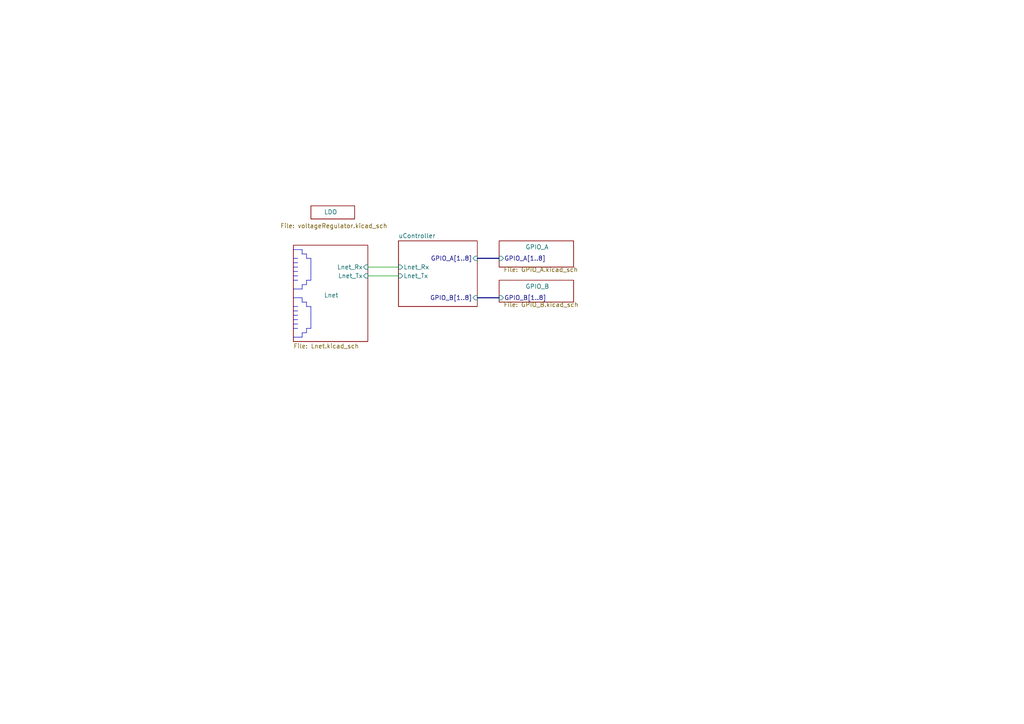
<source format=kicad_sch>
(kicad_sch
	(version 20231120)
	(generator "eeschema")
	(generator_version "8.0")
	(uuid "5ccbe098-5784-427e-9721-db3f20de1ebf")
	(paper "A4")
	(lib_symbols)
	(polyline
		(pts
			(xy 87.63 97.79) (xy 87.63 96.52)
		)
		(stroke
			(width 0)
			(type default)
		)
		(uuid "00b3d74b-b883-45e1-a0ff-0a26cb926fe2")
	)
	(polyline
		(pts
			(xy 88.9 87.63) (xy 87.63 87.63)
		)
		(stroke
			(width 0)
			(type default)
		)
		(uuid "0b040c3e-a546-458a-b1ea-507b2c0b73d0")
	)
	(polyline
		(pts
			(xy 85.09 86.36) (xy 87.63 86.36)
		)
		(stroke
			(width 0)
			(type default)
		)
		(uuid "0f95c75f-0461-4212-9fc7-a3aaf1b4a91a")
	)
	(polyline
		(pts
			(xy 88.9 81.28) (xy 90.17 81.28)
		)
		(stroke
			(width 0)
			(type default)
		)
		(uuid "0ff71050-3cba-46ba-b9ed-e90264558077")
	)
	(polyline
		(pts
			(xy 88.9 82.55) (xy 88.9 81.28)
		)
		(stroke
			(width 0)
			(type default)
		)
		(uuid "156698df-7c28-4666-b47e-bb63599440cf")
	)
	(bus
		(pts
			(xy 138.43 86.36) (xy 144.78 86.36)
		)
		(stroke
			(width 0)
			(type default)
		)
		(uuid "1655587c-9fbb-4884-8253-f5fa76722623")
	)
	(bus
		(pts
			(xy 138.43 74.93) (xy 144.78 74.93)
		)
		(stroke
			(width 0)
			(type default)
		)
		(uuid "1a310e12-247c-4e0f-8e44-24c21f7f4139")
	)
	(polyline
		(pts
			(xy 88.9 73.66) (xy 87.63 73.66)
		)
		(stroke
			(width 0)
			(type default)
		)
		(uuid "1fdc14ad-bfd9-47e2-9dec-71224fdabfda")
	)
	(polyline
		(pts
			(xy 87.63 83.82) (xy 87.63 82.55)
		)
		(stroke
			(width 0)
			(type default)
		)
		(uuid "217ced44-8570-4cb8-92b8-f34d17050fa0")
	)
	(polyline
		(pts
			(xy 85.09 74.93) (xy 86.36 74.93)
		)
		(stroke
			(width 0)
			(type default)
		)
		(uuid "22d67f1b-6237-48c4-a378-518843f38ae5")
	)
	(wire
		(pts
			(xy 106.68 80.01) (xy 115.57 80.01)
		)
		(stroke
			(width 0)
			(type default)
		)
		(uuid "2e9706d0-dcdd-49f2-ab4e-8499997b4c43")
	)
	(polyline
		(pts
			(xy 85.09 88.9) (xy 86.36 88.9)
		)
		(stroke
			(width 0)
			(type default)
		)
		(uuid "3537cb41-fe69-4f21-9c66-aea43b34e2e5")
	)
	(polyline
		(pts
			(xy 90.17 95.25) (xy 90.17 88.9)
		)
		(stroke
			(width 0)
			(type default)
		)
		(uuid "45c3e6ab-e38a-4ea9-a7e4-e8f5ae998e54")
	)
	(polyline
		(pts
			(xy 85.09 95.25) (xy 86.36 95.25)
		)
		(stroke
			(width 0)
			(type default)
		)
		(uuid "4cb8414d-77f6-41bb-93fb-4df9b8e40ae4")
	)
	(polyline
		(pts
			(xy 87.63 96.52) (xy 88.9 96.52)
		)
		(stroke
			(width 0)
			(type default)
		)
		(uuid "4e76b8e1-1af8-4faf-bfe0-a56993e1f3ca")
	)
	(polyline
		(pts
			(xy 90.17 81.28) (xy 90.17 74.93)
		)
		(stroke
			(width 0)
			(type default)
		)
		(uuid "4ff5b479-70f7-4b4f-9317-a5d4732d4c22")
	)
	(polyline
		(pts
			(xy 88.9 95.25) (xy 90.17 95.25)
		)
		(stroke
			(width 0)
			(type default)
		)
		(uuid "51e5a94b-3cff-47a1-9248-971ab5ca95a8")
	)
	(polyline
		(pts
			(xy 88.9 74.93) (xy 88.9 73.66)
		)
		(stroke
			(width 0)
			(type default)
		)
		(uuid "736a4e1a-2375-45ac-a24e-cb6a9a2100f6")
	)
	(wire
		(pts
			(xy 115.57 77.47) (xy 106.68 77.47)
		)
		(stroke
			(width 0)
			(type default)
		)
		(uuid "755fd950-4b98-4129-ab99-4d308520b739")
	)
	(polyline
		(pts
			(xy 90.17 88.9) (xy 88.9 88.9)
		)
		(stroke
			(width 0)
			(type default)
		)
		(uuid "7587b9ab-1a33-462e-a761-a1dbc49ba3a4")
	)
	(polyline
		(pts
			(xy 85.09 91.44) (xy 86.36 91.44)
		)
		(stroke
			(width 0)
			(type default)
		)
		(uuid "7e83e8ac-3dde-4547-8a91-e5f244e0823d")
	)
	(polyline
		(pts
			(xy 90.17 74.93) (xy 88.9 74.93)
		)
		(stroke
			(width 0)
			(type default)
		)
		(uuid "7ec6455d-866a-4943-a7a3-19e73b15d206")
	)
	(polyline
		(pts
			(xy 85.09 72.39) (xy 87.63 72.39)
		)
		(stroke
			(width 0)
			(type default)
		)
		(uuid "882aaf5f-b93f-49b1-b15a-6fd991cc4a5c")
	)
	(polyline
		(pts
			(xy 85.09 90.17) (xy 86.36 90.17)
		)
		(stroke
			(width 0)
			(type default)
		)
		(uuid "893206ff-8beb-48d8-b9a5-01a201990be8")
	)
	(polyline
		(pts
			(xy 85.09 93.98) (xy 86.36 93.98)
		)
		(stroke
			(width 0)
			(type default)
		)
		(uuid "a4cfa0e9-9aa8-4224-83f1-0c8a3df98c54")
	)
	(polyline
		(pts
			(xy 85.09 78.74) (xy 86.36 78.74)
		)
		(stroke
			(width 0)
			(type default)
		)
		(uuid "aad410ca-15e4-417e-b440-bdd23567b3ce")
	)
	(polyline
		(pts
			(xy 85.09 92.71) (xy 86.36 92.71)
		)
		(stroke
			(width 0)
			(type default)
		)
		(uuid "af0a71b6-2269-4a19-882a-2c43e1f7959e")
	)
	(polyline
		(pts
			(xy 85.09 97.79) (xy 87.63 97.79)
		)
		(stroke
			(width 0)
			(type default)
		)
		(uuid "bc3cef51-6725-472a-95bc-27e1dad22d64")
	)
	(polyline
		(pts
			(xy 85.09 77.47) (xy 86.36 77.47)
		)
		(stroke
			(width 0)
			(type default)
		)
		(uuid "d1e10c15-0200-436a-a5ff-c52dfb4b6508")
	)
	(polyline
		(pts
			(xy 87.63 82.55) (xy 88.9 82.55)
		)
		(stroke
			(width 0)
			(type default)
		)
		(uuid "d416db55-872d-4466-be1f-ceb8f18533c8")
	)
	(polyline
		(pts
			(xy 88.9 88.9) (xy 88.9 87.63)
		)
		(stroke
			(width 0)
			(type default)
		)
		(uuid "d5f55590-c895-4e77-9817-f15f5d108631")
	)
	(polyline
		(pts
			(xy 88.9 96.52) (xy 88.9 95.25)
		)
		(stroke
			(width 0)
			(type default)
		)
		(uuid "dd4686ff-83ea-4ea2-8725-85b1e73db090")
	)
	(polyline
		(pts
			(xy 85.09 76.2) (xy 86.36 76.2)
		)
		(stroke
			(width 0)
			(type default)
		)
		(uuid "e8a1000d-ff5b-495c-a9a0-541e0f47a0c8")
	)
	(polyline
		(pts
			(xy 85.09 80.01) (xy 86.36 80.01)
		)
		(stroke
			(width 0)
			(type default)
		)
		(uuid "f26f30b5-fd03-4696-85dc-ab7dc397e1a3")
	)
	(polyline
		(pts
			(xy 87.63 87.63) (xy 87.63 86.36)
		)
		(stroke
			(width 0)
			(type default)
		)
		(uuid "f4af7d3d-92b7-4654-83b3-603f0935ec49")
	)
	(polyline
		(pts
			(xy 85.09 81.28) (xy 86.36 81.28)
		)
		(stroke
			(width 0)
			(type default)
		)
		(uuid "f7154f2b-d790-487f-9cc7-f848c5f2a7b5")
	)
	(polyline
		(pts
			(xy 87.63 73.66) (xy 87.63 72.39)
		)
		(stroke
			(width 0)
			(type default)
		)
		(uuid "f96b59bb-1e9b-459d-bcab-b890722c1238")
	)
	(polyline
		(pts
			(xy 85.09 83.82) (xy 87.63 83.82)
		)
		(stroke
			(width 0)
			(type default)
		)
		(uuid "fc93ddc8-6334-403c-b8da-f9a7d2704a96")
	)
	(sheet
		(at 85.09 71.12)
		(size 21.59 27.94)
		(stroke
			(width 0.1524)
			(type solid)
		)
		(fill
			(color 0 0 0 0.0000)
		)
		(uuid "3f6d5bd9-4904-46e2-b154-edfbdaf554bc")
		(property "Sheetname" "Lnet"
			(at 93.98 86.36 0)
			(effects
				(font
					(size 1.27 1.27)
				)
				(justify left bottom)
			)
		)
		(property "Sheetfile" "Lnet.kicad_sch"
			(at 85.09 99.6446 0)
			(effects
				(font
					(size 1.27 1.27)
				)
				(justify left top)
			)
		)
		(pin "Lnet_Rx" input
			(at 106.68 77.47 0)
			(effects
				(font
					(size 1.27 1.27)
				)
				(justify right)
			)
			(uuid "7a86b4d8-c73d-4fd4-b708-34aeb047a6bf")
		)
		(pin "Lnet_Tx" input
			(at 106.68 80.01 0)
			(effects
				(font
					(size 1.27 1.27)
				)
				(justify right)
			)
			(uuid "2fb8f445-8e09-469e-9fe1-51e3feae90a6")
		)
		(instances
			(project "occupancyDecoder_CS"
				(path "/5ccbe098-5784-427e-9721-db3f20de1ebf"
					(page "8")
				)
			)
		)
	)
	(sheet
		(at 144.78 81.28)
		(size 21.59 6.35)
		(stroke
			(width 0.1524)
			(type solid)
		)
		(fill
			(color 0 0 0 0.0000)
		)
		(uuid "7b0db8f5-927c-4f58-8788-ce2bcff41f7a")
		(property "Sheetname" "GPIO_B"
			(at 152.4 83.82 0)
			(effects
				(font
					(size 1.27 1.27)
				)
				(justify left bottom)
			)
		)
		(property "Sheetfile" "GPIO_B.kicad_sch"
			(at 146.05 87.63 0)
			(effects
				(font
					(size 1.27 1.27)
				)
				(justify left top)
			)
		)
		(pin "GPIO_B[1..8]" input
			(at 144.78 86.36 180)
			(effects
				(font
					(size 1.27 1.27)
				)
				(justify left)
			)
			(uuid "13dba678-0a92-44f3-837e-6cce7d5d6cce")
		)
		(instances
			(project "occupancyDecoder_CS"
				(path "/5ccbe098-5784-427e-9721-db3f20de1ebf"
					(page "20")
				)
			)
		)
	)
	(sheet
		(at 90.17 59.69)
		(size 12.7 3.81)
		(stroke
			(width 0.1524)
			(type solid)
		)
		(fill
			(color 0 0 0 0.0000)
		)
		(uuid "ab851e10-6952-453a-94c1-2661101c520a")
		(property "Sheetname" "LDO"
			(at 93.98 62.23 0)
			(effects
				(font
					(size 1.27 1.27)
				)
				(justify left bottom)
			)
		)
		(property "Sheetfile" "voltageRegulator.kicad_sch"
			(at 81.28 64.77 0)
			(effects
				(font
					(size 1.27 1.27)
				)
				(justify left top)
			)
		)
		(instances
			(project "occupancyDecoder_CS"
				(path "/5ccbe098-5784-427e-9721-db3f20de1ebf"
					(page "5")
				)
			)
		)
	)
	(sheet
		(at 115.57 69.85)
		(size 22.86 19.05)
		(fields_autoplaced yes)
		(stroke
			(width 0.1524)
			(type solid)
		)
		(fill
			(color 0 0 0 0.0000)
		)
		(uuid "ae44f076-083a-4f7c-82da-9165b8813e09")
		(property "Sheetname" "uController"
			(at 115.57 69.1384 0)
			(effects
				(font
					(size 1.27 1.27)
				)
				(justify left bottom)
			)
		)
		(property "Sheetfile" "uController.kicad_sch"
			(at 115.57 89.4846 0)
			(effects
				(font
					(size 1.27 1.27)
				)
				(justify left top)
				(hide yes)
			)
		)
		(pin "Lnet_Tx" input
			(at 115.57 80.01 180)
			(effects
				(font
					(size 1.27 1.27)
				)
				(justify left)
			)
			(uuid "2ba785a3-8044-4a3f-8dab-b5fbee381065")
		)
		(pin "Lnet_Rx" input
			(at 115.57 77.47 180)
			(effects
				(font
					(size 1.27 1.27)
				)
				(justify left)
			)
			(uuid "3b1309c4-6c13-4da1-99bc-e380f49b3d8c")
		)
		(pin "GPIO_B[1..8]" input
			(at 138.43 86.36 0)
			(effects
				(font
					(size 1.27 1.27)
				)
				(justify right)
			)
			(uuid "033af8bf-e2d3-4b98-939f-654cec827820")
		)
		(pin "GPIO_A[1..8]" input
			(at 138.43 74.93 0)
			(effects
				(font
					(size 1.27 1.27)
				)
				(justify right)
			)
			(uuid "c8588cf0-d988-4546-ad7f-8fc2d6e77ab1")
		)
		(instances
			(project "occupancyDecoder_CS"
				(path "/5ccbe098-5784-427e-9721-db3f20de1ebf"
					(page "2")
				)
			)
		)
	)
	(sheet
		(at 144.78 69.85)
		(size 21.59 7.62)
		(stroke
			(width 0.1524)
			(type solid)
		)
		(fill
			(color 0 0 0 0.0000)
		)
		(uuid "e02a3c1e-8166-4689-93c8-1f4d15e3973e")
		(property "Sheetname" "GPIO_A"
			(at 152.4 72.39 0)
			(effects
				(font
					(size 1.27 1.27)
				)
				(justify left bottom)
			)
		)
		(property "Sheetfile" "GPIO_A.kicad_sch"
			(at 146.05 77.47 0)
			(effects
				(font
					(size 1.27 1.27)
				)
				(justify left top)
			)
		)
		(pin "GPIO_A[1..8]" input
			(at 144.78 74.93 180)
			(effects
				(font
					(size 1.27 1.27)
				)
				(justify left)
			)
			(uuid "815f3b53-ba5f-4ccc-9c72-457c1dc568ed")
		)
		(instances
			(project "occupancyDecoder_CS"
				(path "/5ccbe098-5784-427e-9721-db3f20de1ebf"
					(page "21")
				)
			)
		)
	)
	(sheet_instances
		(path "/"
			(page "1")
		)
	)
)

</source>
